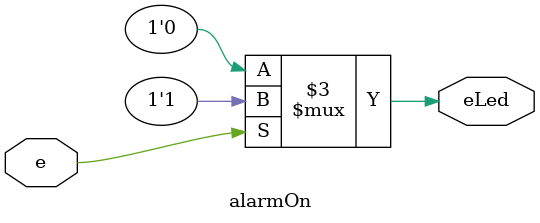
<source format=v>
`timescale 1ns / 1ps


module alarmSide(aE, aS, Clock, bMI, bMD, bSI, bSD, eLED,
a1, a2, a3, a4);
input aE, aS, Clock;
input bMI, bMD, bSI, bSD;
output eLED;

output [3:0] a1, a2, a3, a4;

wire [9:0] sev;
wire [3:0] temp_a1, temp_a2, temp_a3, temp_a4;
assign temp_a1 = a1; assign temp_a2 = a2; 
assign temp_a3 = a3; assign temp_a4 = a4;
wire [3:0] a1_inc, a1_dec, a2_inc,a2_dec;
wire [3:0] a3_inc, a3_dec, a4_inc,a4_dec;
minuteSet alarmStage0(temp_a1, temp_a2,Clock, aS, 
bMI, bMD,a1_inc, a1_dec, a2_inc,a2_dec);

minuteSet alarmStage1(temp_a3, temp_a4,Clock, aS, 
bSI, bSD,a3_inc, a3_dec, a4_inc,a4_dec);

choose alarmStage2(bMI, bMD, bSI, bSD, a1_inc, a1_dec, a2_inc,a2_dec,
a3_inc, a3_dec, a4_inc,a4_dec, a1, a2, a3, a4);

alarmOn alarmStage6(aE, eLED);
endmodule

module minuteSet(a1, a2, clock,s,minuteI, minuteDec, 
a1_inc, a1_dec, a2_inc,a2_dec);
input [3:0] a1, a2;
input clock;
input s, minuteI, minuteDec;
output reg [3:0] a1_inc, a1_dec, a2_inc,a2_dec;
//reg [3:0] a1_inc, a1_dec, a2_inc,a2_dec;
//for increment


reg incr1=1'b0, incr2=1'b0;
always @(posedge clock) begin
if(s)
begin
  incr1 <= minuteI;
  incr2 <= incr1;
  end
end
wire increment_synched = incr2;

reg [15:0] incrhistory = 16'h0000;
reg incr_detected = 1'b0;
always @(posedge clock) begin
  incrhistory <= { incrhistory[14:0] , increment_synched };
  if (incrhistory == 16'b0011111111111111)
    incr_detected <= 1'b1;
  else
    incr_detected <= 1'b0;
end

always @ (posedge clock) begin
a2_inc = a2;
a1_inc = a1;
  if (incr_detected) begin
      a2_inc = a2 + 1; end
  if (a2_inc[3:0]== 4'b1001) begin
      a2_inc <= 0;
      a1_inc <= a1 + 1;end
  if(a1_inc[3:0]==4'b0101) begin
      a1_inc <= 0;
      end

end

// for decrement
reg dec1=1'b0, dec2=1'b0;
always @(posedge clock) begin
if(s)
begin
  dec1 <= minuteDec;
  dec2 <= dec1;
  end
end
wire decrement_synched = dec2;

reg [15:0] dechistory = 16'h0000;
reg dec_detected = 1'b0;
always @(posedge clock) begin
  dechistory <= { dechistory[14:0] , decrement_synched };
  if (dechistory == 16'b0011111111111111)
    dec_detected <= 1'b1;
  else
    dec_detected <= 1'b0;
end

always @ (posedge clock) begin
a1_dec <= a1;
a2_dec <= a2;
    if (dec_detected) begin
    a2_dec <= a2_dec - 1;
    end
    if (a2_dec[3:0]== 4'b1111) begin
      a2_dec <= 4'b1001;
      a1_dec <= a1_dec - 1;
      end
      if(a1_dec[3:0]==4'b1111) begin
      a1_dec <= 4'b0101;
      end 
      
end

endmodule

module choose(bmi, bmd, bsi, bsd, a1_I, a1_D, a2_I, a2_D,
 a3_I, a3_D, a4_I, a4_D, a1, a2, a3, a4);
input bmi, bmd, bsi, bsd;
input [3:0] a1_I, a1_D, a2_I, a2_D, a3_I, a3_D, a4_I, a4_D;
output reg [3:0] a1, a2, a3, a4;
reg [3:0] select;

always@(*)
begin
    select = {bmi, bmd, bsi, bsd};
    case(select)
        4'b1000: begin
            a1 = a1_I;
            a2 = a2_I; end
        4'b0100: begin
            a1 = a1_D;
            a2 = a2_D; end
        4'b0010: begin
            a3 = a3_I;
            a4 = a4_I; end
        4'b0001: begin
            a3 = a3_D;
            a4 = a4_D; end
    endcase
   


end
endmodule

module alarmOn(e, eLed);
input e;
output reg eLed;
always@(*)
begin
if(e)
eLed = 1;
else 
eLed = 0;
end
endmodule
/*
module secondSet(a1, a2, clock,s,minuteI, minuteDec, 
a1_inc, a1_dec, a2_inc,a2_dec);
input clock,a1, a2, s, minuteI, minuteDec;
output reg [3:0] a1_inc, a1_dec, a2_inc,a2_dec;

//for increment
reg incr1=1'b0, incr2=1'b0;
always @(posedge clock) begin
if(s)
begin
  incr1 <= minuteI;
  incr2 <= incr1;
  end
end
wire increment_synched = incr2;

reg [15:0] incrhistory = 16'h0000;
reg incr_detected = 1'b0;
always @(posedge clock) begin
  incrhistory <= { incrhistory[14:0] , increment_synched };
  if (incrhistory == 16'b0011111111111111)
    incr_detected <= 1'b1;
  else
    incr_detected <= 1'b0;
end

always @ (posedge clock) begin

  if (incr_detected) begin
    if (a2 == 9) begin
      a2 = 0;
      a1 = a1 + 1;
      if(a1==5) begin
      a1 = 0;
      end end
    else
      a2 = a2 + 1;
  end
end

// for decrement
reg dec1=1'b0, dec2=1'b0;
always @(posedge clock) begin
if(s)
begin
  dec1 <= minuteDec;
  dec2 <= dec1;
  end
end
wire decrement_synched = dec2;

reg [15:0] dechistory = 16'h0000;
reg dec_detected = 1'b0;
always @(posedge clock) begin
  dechistory <= { dechistory[14:0] , decrement_synched };
  if (dechistory == 16'b0011111111111111)
    dec_detected <= 1'b1;
  else
    dec_detected <= 1'b0;
end

always @ (posedge clock) begin
a1_dec = a1;
a2_dec = a2;
  if (dec_detected) begin
    if (a2_dec == 0) begin
      a2_dec = 9;
      a1_dec = a1_dec - 1;
      if(a1_dec==0) begin
      a1_dec = 5;
      end end
    else
      a2_dec = a2_dec - 1;
  end
end

endmodule
*/
/*
module fastClock(clk, fast);    
 input clk;   
 output reg fast;
 reg [26:0] count;
 always @ (posedge clk)    
 begin
        count = count +1;
        if (count == 125_000) //400Hz
        begin
            fast = ~fast;
            count = 0;
        end
 end
 endmodule
 */
/*
module set(clock,s,minuteI, minuteDec, secondI,secondDec, a1, a2, a3, a4);
input clock,s, minuteI, minuteDec, secondI, secondDec;
output reg [3:0] a1, a2, a3, a4;
always@(posedge s)
begin
    if(minuteI)
    begin
        a2 <= a2+1;
        if (a2[3:0]==4'b1010)
        begin
            a2 <= 0;
            a1 <= a1 + 1;
        end
            if (a1[3:0]==4'b0110)
            begin
                    a1 <= 0;
            end
    end    
    
    if(minuteDec)
    begin
        a2 <= a2-1;
        if (a2[3:0]==4'b0000)
        begin
            a2 <= 4'b1001;
            a1 <= a1 - 1;
        end
        if (a1[3:0]==4'b0000)
        begin
            a1 = 4'b0101;
        end
    end
    
    if(secondI)
    begin
        a4 <= a4+1;
        if (a4[3:0]==4'b1010)
            begin
            a4 <= 0;
            a3 <= a3 + 1;
            end
            if (a3[3:0]==4'b0110)
                begin
                    a3 <= 0;
                end
            
    end      
    
    if(secondDec)
    begin
        a4 = a4-1;
        if (a4[3:0]==4'b0000)
            begin
            a4 = 4'b1001;
            a3 = a3 - 1;
            end
            if (a3[3:0]==4'b0000)
                begin
                    a3 = 4'b0101;
                end
            
        end        
end
endmodule
*/
/*
module setAdd(s,minuteI, minuteDec, secondI,secondDec, a1, a2, a3, a4);
input s, minuteI, minuteDec, secondI, secondDec;
output reg [3:0] a1, a2, a3, a4;
always@(posedge minuteI)
begin
    if(s)
    begin
        a2 <= a2+1;
        if (a2[3:0]==4'b1010)
            begin
            a2 <= 0;
            a1 <= a1 + 1;
            end
            if (a1[3:0]==4'b0110)
                begin
                    a1 <= 0;
                end
            
    end
end

always@(posedge secondI)
begin
    if(s)
        begin
        a4 <= a4+1;
        if (a4[3:0]==4'b1010)
            begin
            a4 <= 0;
            a3 <= a3 + 1;
            end
            if (a3[3:0]==4'b0110)
                begin
                    a3 <= 0;
                end
            
        end
end


endmodule
*/
/*
module setMinus(s,minuteI, minuteDec, secondI,secondDec, a1, a2, a3, a4);
input s, minuteI, minuteDec, secondI, secondDec;
output reg [4:0] a1, a2, a3, a4;

always@(posedge minuteDec)
    begin
    if(s)
        begin
        a2 = a2-1;
        if (a2[3:0]==4'b0000)
            begin
            a2 = 4'b1001;
            a1 = a1 - 1;
            end
            if (a1[3:0]==4'b0000)
                begin
                    a1 = 4'b0101;
                end
            
        end
    end

always@(posedge secondDec)
begin
    if(s)
        begin
        a4 = a4-1;
        if (a4[3:0]==4'b0000)
            begin
            a4 = 4'b1001;
            a3 = a3 - 1;
            end
            if (a3[3:0]==4'b0000)
                begin
                    a3 = 4'b0101;
                end
            
        end
end

endmodule
*/
/*
module alarmSegController(sClock, A, Q);
input sClock;
output [3:0] A;
output [1:0]Q;
wire [3:0] y;
segCounter alarmsCount(sClock, Q);
twoDecoder alarmdee(Q, y);
realDecoder alarmdeeDee(y,A);
endmodule
*/



</source>
